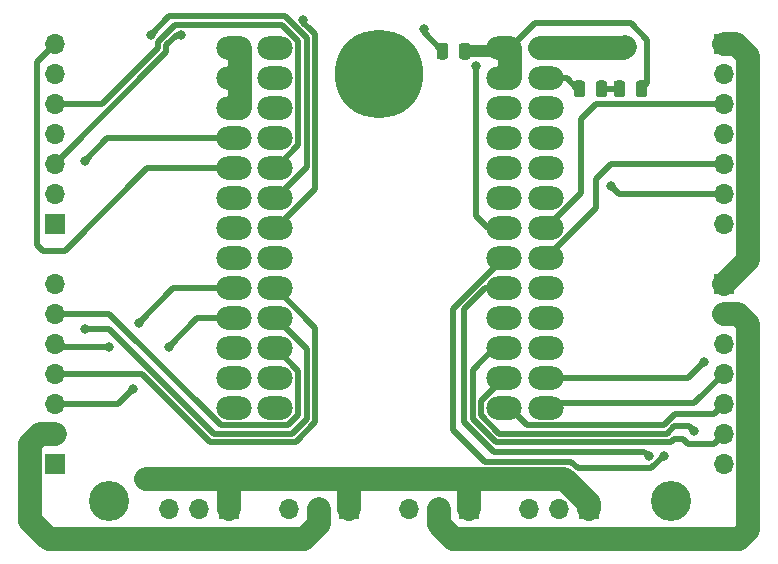
<source format=gbr>
G04 #@! TF.GenerationSoftware,KiCad,Pcbnew,5.1.12-84ad8e8a86~92~ubuntu20.04.1*
G04 #@! TF.CreationDate,2021-12-19T18:17:29-08:00*
G04 #@! TF.ProjectId,ft4232h-breakout,66743432-3332-4682-9d62-7265616b6f75,Jun2021b*
G04 #@! TF.SameCoordinates,Original*
G04 #@! TF.FileFunction,Copper,L1,Top*
G04 #@! TF.FilePolarity,Positive*
%FSLAX46Y46*%
G04 Gerber Fmt 4.6, Leading zero omitted, Abs format (unit mm)*
G04 Created by KiCad (PCBNEW 5.1.12-84ad8e8a86~92~ubuntu20.04.1) date 2021-12-19 18:17:29*
%MOMM*%
%LPD*%
G01*
G04 APERTURE LIST*
G04 #@! TA.AperFunction,ComponentPad*
%ADD10C,7.500000*%
G04 #@! TD*
G04 #@! TA.AperFunction,ComponentPad*
%ADD11O,1.700000X1.700000*%
G04 #@! TD*
G04 #@! TA.AperFunction,ComponentPad*
%ADD12R,1.700000X1.700000*%
G04 #@! TD*
G04 #@! TA.AperFunction,ComponentPad*
%ADD13O,3.000000X2.000000*%
G04 #@! TD*
G04 #@! TA.AperFunction,ViaPad*
%ADD14C,3.400000*%
G04 #@! TD*
G04 #@! TA.AperFunction,ViaPad*
%ADD15C,0.800000*%
G04 #@! TD*
G04 #@! TA.AperFunction,Conductor*
%ADD16C,2.000000*%
G04 #@! TD*
G04 #@! TA.AperFunction,Conductor*
%ADD17C,1.000000*%
G04 #@! TD*
G04 #@! TA.AperFunction,Conductor*
%ADD18C,0.500000*%
G04 #@! TD*
G04 #@! TA.AperFunction,Conductor*
%ADD19C,0.250000*%
G04 #@! TD*
G04 APERTURE END LIST*
D10*
G04 #@! TO.P,TP1,1*
G04 #@! TO.N,GND*
X99060000Y-87630000D03*
G04 #@! TD*
D11*
G04 #@! TO.P,J8,7*
G04 #@! TO.N,/RTS-A*
X71628000Y-85090000D03*
G04 #@! TO.P,J8,6*
G04 #@! TO.N,/DTR-A*
X71628000Y-87630000D03*
G04 #@! TO.P,J8,5*
G04 #@! TO.N,/RXD-A*
X71628000Y-90170000D03*
G04 #@! TO.P,J8,4*
G04 #@! TO.N,/TXD-A*
X71628000Y-92710000D03*
G04 #@! TO.P,J8,3*
G04 #@! TO.N,/CTS-A*
X71628000Y-95250000D03*
G04 #@! TO.P,J8,2*
G04 #@! TO.N,/VCC-A*
X71628000Y-97790000D03*
D12*
G04 #@! TO.P,J8,1*
G04 #@! TO.N,GND*
X71628000Y-100330000D03*
G04 #@! TD*
D11*
G04 #@! TO.P,J5,7*
G04 #@! TO.N,/RTS-B*
X71628000Y-105410000D03*
G04 #@! TO.P,J5,6*
G04 #@! TO.N,/DTR-B*
X71628000Y-107950000D03*
G04 #@! TO.P,J5,5*
G04 #@! TO.N,/RXD-B*
X71628000Y-110490000D03*
G04 #@! TO.P,J5,4*
G04 #@! TO.N,/TXD-B*
X71628000Y-113030000D03*
G04 #@! TO.P,J5,3*
G04 #@! TO.N,/CTS-B*
X71628000Y-115570000D03*
G04 #@! TO.P,J5,2*
G04 #@! TO.N,/VCC-B*
X71628000Y-118110000D03*
D12*
G04 #@! TO.P,J5,1*
G04 #@! TO.N,GND*
X71628000Y-120650000D03*
G04 #@! TD*
D11*
G04 #@! TO.P,J4,3*
G04 #@! TO.N,+5V*
X81280000Y-124460000D03*
G04 #@! TO.P,J4,2*
G04 #@! TO.N,/VCC-A*
X83820000Y-124460000D03*
D12*
G04 #@! TO.P,J4,1*
G04 #@! TO.N,+3V3*
X86360000Y-124460000D03*
G04 #@! TD*
D11*
G04 #@! TO.P,J3,3*
G04 #@! TO.N,+5V*
X91440000Y-124460000D03*
G04 #@! TO.P,J3,2*
G04 #@! TO.N,/VCC-B*
X93980000Y-124460000D03*
D12*
G04 #@! TO.P,J3,1*
G04 #@! TO.N,+3V3*
X96520000Y-124460000D03*
G04 #@! TD*
G04 #@! TO.P,R2,2*
G04 #@! TO.N,Net-(D1-Pad2)*
G04 #@! TA.AperFunction,SMDPad,CuDef*
G36*
G01*
X119946000Y-88443750D02*
X119946000Y-89356250D01*
G75*
G02*
X119702250Y-89600000I-243750J0D01*
G01*
X119214750Y-89600000D01*
G75*
G02*
X118971000Y-89356250I0J243750D01*
G01*
X118971000Y-88443750D01*
G75*
G02*
X119214750Y-88200000I243750J0D01*
G01*
X119702250Y-88200000D01*
G75*
G02*
X119946000Y-88443750I0J-243750D01*
G01*
G37*
G04 #@! TD.AperFunction*
G04 #@! TO.P,R2,1*
G04 #@! TO.N,+5V*
G04 #@! TA.AperFunction,SMDPad,CuDef*
G36*
G01*
X121821000Y-88443750D02*
X121821000Y-89356250D01*
G75*
G02*
X121577250Y-89600000I-243750J0D01*
G01*
X121089750Y-89600000D01*
G75*
G02*
X120846000Y-89356250I0J243750D01*
G01*
X120846000Y-88443750D01*
G75*
G02*
X121089750Y-88200000I243750J0D01*
G01*
X121577250Y-88200000D01*
G75*
G02*
X121821000Y-88443750I0J-243750D01*
G01*
G37*
G04 #@! TD.AperFunction*
G04 #@! TD*
G04 #@! TO.P,D1,2*
G04 #@! TO.N,Net-(D1-Pad2)*
G04 #@! TA.AperFunction,SMDPad,CuDef*
G36*
G01*
X117450000Y-89356250D02*
X117450000Y-88443750D01*
G75*
G02*
X117693750Y-88200000I243750J0D01*
G01*
X118181250Y-88200000D01*
G75*
G02*
X118425000Y-88443750I0J-243750D01*
G01*
X118425000Y-89356250D01*
G75*
G02*
X118181250Y-89600000I-243750J0D01*
G01*
X117693750Y-89600000D01*
G75*
G02*
X117450000Y-89356250I0J243750D01*
G01*
G37*
G04 #@! TD.AperFunction*
G04 #@! TO.P,D1,1*
G04 #@! TO.N,GND*
G04 #@! TA.AperFunction,SMDPad,CuDef*
G36*
G01*
X115575000Y-89356250D02*
X115575000Y-88443750D01*
G75*
G02*
X115818750Y-88200000I243750J0D01*
G01*
X116306250Y-88200000D01*
G75*
G02*
X116550000Y-88443750I0J-243750D01*
G01*
X116550000Y-89356250D01*
G75*
G02*
X116306250Y-89600000I-243750J0D01*
G01*
X115818750Y-89600000D01*
G75*
G02*
X115575000Y-89356250I0J243750D01*
G01*
G37*
G04 #@! TD.AperFunction*
G04 #@! TD*
D13*
G04 #@! TO.P,X1,2-26*
G04 #@! TO.N,Net-(X1-Pad2-26)*
X90325000Y-115940000D03*
G04 #@! TO.P,X1,3-22*
G04 #@! TO.N,+3V3*
X113200000Y-110860000D03*
G04 #@! TO.P,X1,2-20*
G04 #@! TO.N,/RTS-B*
X90325000Y-108320000D03*
G04 #@! TO.P,X1,3-26*
G04 #@! TO.N,/TXD-C*
X113200000Y-115940000D03*
G04 #@! TO.P,X1,3-25*
G04 #@! TO.N,/RXD-C*
X109675000Y-115940000D03*
G04 #@! TO.P,X1,3-21*
G04 #@! TO.N,/DTR-C*
X109675000Y-110860000D03*
G04 #@! TO.P,X1,2-25*
G04 #@! TO.N,Net-(X1-Pad2-25)*
X86800000Y-115940000D03*
G04 #@! TO.P,X1,2-18*
G04 #@! TO.N,/TXD-B*
X90325000Y-105780000D03*
G04 #@! TO.P,X1,3-23*
G04 #@! TO.N,/CTS-C*
X109675000Y-113400000D03*
G04 #@! TO.P,X1,3-19*
G04 #@! TO.N,Net-(X1-Pad3-19)*
X109675000Y-108320000D03*
G04 #@! TO.P,X1,3-18*
G04 #@! TO.N,Net-(X1-Pad3-18)*
X113200000Y-105780000D03*
G04 #@! TO.P,X1,3-17*
G04 #@! TO.N,/TXD-D*
X109675000Y-105780000D03*
G04 #@! TO.P,X1,2-24*
G04 #@! TO.N,Net-(X1-Pad2-24)*
X90325000Y-113400000D03*
G04 #@! TO.P,X1,2-17*
G04 #@! TO.N,/RXD-B*
X86800000Y-105780000D03*
G04 #@! TO.P,X1,3-24*
G04 #@! TO.N,/RTS-C*
X113200000Y-113400000D03*
G04 #@! TO.P,X1,2-22*
G04 #@! TO.N,/DTR-B*
X90325000Y-110860000D03*
G04 #@! TO.P,X1,2-19*
G04 #@! TO.N,/CTS-B*
X86800000Y-108320000D03*
G04 #@! TO.P,X1,2-21*
G04 #@! TO.N,+3V3*
X86800000Y-110860000D03*
G04 #@! TO.P,X1,3-20*
G04 #@! TO.N,Net-(X1-Pad3-20)*
X113200000Y-108320000D03*
G04 #@! TO.P,X1,2-23*
G04 #@! TO.N,Net-(X1-Pad2-23)*
X86800000Y-113400000D03*
G04 #@! TO.P,X1,3-12*
G04 #@! TO.N,+3V3*
X113200000Y-98160000D03*
G04 #@! TO.P,X1,3-11*
G04 #@! TO.N,Net-(X1-Pad3-11)*
X109675000Y-98160000D03*
G04 #@! TO.P,X1,2-13*
G04 #@! TO.N,Net-(X1-Pad2-13)*
X86800000Y-100700000D03*
G04 #@! TO.P,X1,3-10*
G04 #@! TO.N,Net-(X1-Pad3-10)*
X113200000Y-95620000D03*
G04 #@! TO.P,X1,3-13*
G04 #@! TO.N,/DTR-D*
X109675000Y-100700000D03*
G04 #@! TO.P,X1,2-14*
G04 #@! TO.N,/DTR-A*
X90325000Y-100700000D03*
G04 #@! TO.P,X1,2-9*
G04 #@! TO.N,/RTS-A*
X86800000Y-95620000D03*
G04 #@! TO.P,X1,3-9*
G04 #@! TO.N,Net-(X1-Pad3-9)*
X109675000Y-95620000D03*
G04 #@! TO.P,X1,3-14*
G04 #@! TO.N,/CTS-D*
X113200000Y-100700000D03*
G04 #@! TO.P,X1,2-10*
G04 #@! TO.N,/RXD-A*
X90325000Y-95620000D03*
G04 #@! TO.P,X1,2-16*
G04 #@! TO.N,Net-(X1-Pad2-16)*
X90325000Y-103240000D03*
G04 #@! TO.P,X1,3-16*
G04 #@! TO.N,/RXD-D*
X113200000Y-103240000D03*
G04 #@! TO.P,X1,2-12*
G04 #@! TO.N,/CTS-A*
X90325000Y-98160000D03*
G04 #@! TO.P,X1,3-15*
G04 #@! TO.N,/RTS-D*
X109675000Y-103240000D03*
G04 #@! TO.P,X1,2-15*
G04 #@! TO.N,Net-(X1-Pad2-15)*
X86800000Y-103240000D03*
G04 #@! TO.P,X1,2-11*
G04 #@! TO.N,+3V3*
X86800000Y-98160000D03*
G04 #@! TO.P,X1,3-8*
G04 #@! TO.N,Net-(X1-Pad3-8)*
X113200000Y-93080000D03*
G04 #@! TO.P,X1,3-7*
G04 #@! TO.N,Net-(X1-Pad3-7)*
X109675000Y-93080000D03*
G04 #@! TO.P,X1,3-6*
G04 #@! TO.N,Net-(X1-Pad3-6)*
X113200000Y-90540000D03*
G04 #@! TO.P,X1,2-5*
G04 #@! TO.N,+3V3*
X86800000Y-90540000D03*
G04 #@! TO.P,X1,3-5*
G04 #@! TO.N,Net-(X1-Pad3-5)*
X109675000Y-90540000D03*
G04 #@! TO.P,X1,2-6*
G04 #@! TO.N,GND*
X90325000Y-90540000D03*
G04 #@! TO.P,X1,2-8*
G04 #@! TO.N,Net-(X1-Pad2-8)*
X90325000Y-93080000D03*
G04 #@! TO.P,X1,2-7*
G04 #@! TO.N,/TXD-A*
X86800000Y-93080000D03*
G04 #@! TO.P,X1,3-4*
G04 #@! TO.N,GND*
X113200000Y-88000000D03*
G04 #@! TO.P,X1,2-3*
G04 #@! TO.N,+3V3*
X86800000Y-88000000D03*
G04 #@! TO.P,X1,3-3*
G04 #@! TO.N,+5V*
X109675000Y-88000000D03*
G04 #@! TO.P,X1,2-4*
G04 #@! TO.N,GND*
X90325000Y-88000000D03*
G04 #@! TO.P,X1,2-1*
G04 #@! TO.N,+3V3*
X86800000Y-85460000D03*
G04 #@! TO.P,X1,3-2*
G04 #@! TO.N,GND*
X113200000Y-85460000D03*
G04 #@! TO.P,X1,2-2*
X90325000Y-85460000D03*
G04 #@! TO.P,X1,3-1*
G04 #@! TO.N,+5V*
X109675000Y-85460000D03*
G04 #@! TD*
D11*
G04 #@! TO.P,J7,7*
G04 #@! TO.N,/RTS-C*
X128270000Y-120650000D03*
G04 #@! TO.P,J7,6*
G04 #@! TO.N,/DTR-C*
X128270000Y-118110000D03*
G04 #@! TO.P,J7,5*
G04 #@! TO.N,/RXD-C*
X128270000Y-115570000D03*
G04 #@! TO.P,J7,4*
G04 #@! TO.N,/TXD-C*
X128270000Y-113030000D03*
G04 #@! TO.P,J7,3*
G04 #@! TO.N,/CTS-C*
X128270000Y-110490000D03*
G04 #@! TO.P,J7,2*
G04 #@! TO.N,/VCC-C*
X128270000Y-107950000D03*
D12*
G04 #@! TO.P,J7,1*
G04 #@! TO.N,GND*
X128270000Y-105410000D03*
G04 #@! TD*
D11*
G04 #@! TO.P,J6,7*
G04 #@! TO.N,/RTS-D*
X128270000Y-100330000D03*
G04 #@! TO.P,J6,6*
G04 #@! TO.N,/DTR-D*
X128270000Y-97790000D03*
G04 #@! TO.P,J6,5*
G04 #@! TO.N,/RXD-D*
X128270000Y-95250000D03*
G04 #@! TO.P,J6,4*
G04 #@! TO.N,/TXD-D*
X128270000Y-92710000D03*
G04 #@! TO.P,J6,3*
G04 #@! TO.N,/CTS-D*
X128270000Y-90170000D03*
G04 #@! TO.P,J6,2*
G04 #@! TO.N,/VCC-D*
X128270000Y-87630000D03*
D12*
G04 #@! TO.P,J6,1*
G04 #@! TO.N,GND*
X128270000Y-85090000D03*
G04 #@! TD*
D11*
G04 #@! TO.P,J2,3*
G04 #@! TO.N,+5V*
X101600000Y-124460000D03*
G04 #@! TO.P,J2,2*
G04 #@! TO.N,/VCC-C*
X104140000Y-124460000D03*
D12*
G04 #@! TO.P,J2,1*
G04 #@! TO.N,+3V3*
X106680000Y-124460000D03*
G04 #@! TD*
D11*
G04 #@! TO.P,J1,3*
G04 #@! TO.N,+5V*
X111760000Y-124460000D03*
G04 #@! TO.P,J1,2*
G04 #@! TO.N,/VCC-D*
X114300000Y-124460000D03*
D12*
G04 #@! TO.P,J1,1*
G04 #@! TO.N,+3V3*
X116840000Y-124460000D03*
G04 #@! TD*
G04 #@! TO.P,C1,2*
G04 #@! TO.N,+5V*
G04 #@! TA.AperFunction,SMDPad,CuDef*
G36*
G01*
X105860000Y-86181250D02*
X105860000Y-85268750D01*
G75*
G02*
X106103750Y-85025000I243750J0D01*
G01*
X106591250Y-85025000D01*
G75*
G02*
X106835000Y-85268750I0J-243750D01*
G01*
X106835000Y-86181250D01*
G75*
G02*
X106591250Y-86425000I-243750J0D01*
G01*
X106103750Y-86425000D01*
G75*
G02*
X105860000Y-86181250I0J243750D01*
G01*
G37*
G04 #@! TD.AperFunction*
G04 #@! TO.P,C1,1*
G04 #@! TO.N,GND*
G04 #@! TA.AperFunction,SMDPad,CuDef*
G36*
G01*
X103985000Y-86181250D02*
X103985000Y-85268750D01*
G75*
G02*
X104228750Y-85025000I243750J0D01*
G01*
X104716250Y-85025000D01*
G75*
G02*
X104960000Y-85268750I0J-243750D01*
G01*
X104960000Y-86181250D01*
G75*
G02*
X104716250Y-86425000I-243750J0D01*
G01*
X104228750Y-86425000D01*
G75*
G02*
X103985000Y-86181250I0J243750D01*
G01*
G37*
G04 #@! TD.AperFunction*
G04 #@! TD*
D14*
G04 #@! TO.N,*
X76200000Y-123825000D03*
X123825000Y-123825000D03*
D15*
G04 #@! TO.N,GND*
X102870000Y-83820000D03*
X119888000Y-85344000D03*
G04 #@! TO.N,+3V3*
X79375000Y-121920000D03*
G04 #@! TO.N,/RTS-D*
X123190000Y-120015000D03*
G04 #@! TO.N,/DTR-D*
X118745000Y-97155000D03*
X107315000Y-86995000D03*
G04 #@! TO.N,/TXD-D*
X121920000Y-120015000D03*
G04 #@! TO.N,/RTS-C*
X126580010Y-112038684D03*
G04 #@! TO.N,/CTS-C*
X125741781Y-117895071D03*
G04 #@! TO.N,/RTS-B*
X74168000Y-109220000D03*
G04 #@! TO.N,/RXD-B*
X78740000Y-108712000D03*
X76200000Y-110744000D03*
G04 #@! TO.N,/CTS-B*
X81280000Y-110744000D03*
X78232000Y-114300000D03*
G04 #@! TO.N,/DTR-A*
X92687842Y-83080158D03*
G04 #@! TO.N,/TXD-A*
X74172660Y-95000660D03*
G04 #@! TO.N,/CTS-A*
X79764698Y-84363764D03*
X82291340Y-84323340D03*
G04 #@! TD*
D16*
G04 #@! TO.N,+5V*
X110175000Y-85460000D02*
X110175000Y-88000000D01*
D17*
X109910000Y-85725000D02*
X110175000Y-85460000D01*
X106347500Y-85725000D02*
X109910000Y-85725000D01*
D18*
X121333500Y-88900000D02*
X121819027Y-88414473D01*
X121819027Y-88414473D02*
X121819027Y-84735027D01*
X121819027Y-84735027D02*
X120396000Y-83312000D01*
X120396000Y-83312000D02*
X112323000Y-83312000D01*
X112323000Y-83312000D02*
X110175000Y-85460000D01*
D19*
G04 #@! TO.N,GND*
X127900000Y-85460000D02*
X128270000Y-85090000D01*
D18*
X115002500Y-88000000D02*
X115902500Y-88900000D01*
X112700000Y-88000000D02*
X115002500Y-88000000D01*
D16*
X119772000Y-85460000D02*
X119888000Y-85344000D01*
X112700000Y-85460000D02*
X119772000Y-85460000D01*
X128270000Y-85090000D02*
X129286000Y-85090000D01*
X130320001Y-103359999D02*
X128270000Y-105410000D01*
X130320001Y-86124001D02*
X130320001Y-103359999D01*
X129286000Y-85090000D02*
X130320001Y-86124001D01*
D18*
X102870000Y-84122500D02*
X104472500Y-85725000D01*
X102870000Y-83820000D02*
X102870000Y-84122500D01*
D16*
G04 #@! TO.N,+3V3*
X87300000Y-85460000D02*
X87300000Y-88000000D01*
X87300000Y-88000000D02*
X87300000Y-90540000D01*
X86360000Y-121920000D02*
X86360000Y-124460000D01*
X88265000Y-121920000D02*
X86360000Y-121920000D01*
X116840000Y-124460000D02*
X116840000Y-123965998D01*
X116840000Y-123965998D02*
X114794002Y-121920000D01*
X96520000Y-122555000D02*
X95885000Y-121920000D01*
X95885000Y-121920000D02*
X88265000Y-121920000D01*
X96520000Y-124460000D02*
X96520000Y-122555000D01*
X106680000Y-124460000D02*
X106680000Y-121920000D01*
X106680000Y-121920000D02*
X95885000Y-121920000D01*
X114794002Y-121920000D02*
X106680000Y-121920000D01*
X86360000Y-121920000D02*
X79375000Y-121920000D01*
G04 #@! TO.N,/VCC-C*
X104140000Y-125780002D02*
X105359998Y-127000000D01*
X104140000Y-124460000D02*
X104140000Y-125780002D01*
X105359998Y-127000000D02*
X129540000Y-127000000D01*
X130320001Y-108797920D02*
X129472081Y-107950000D01*
X129472081Y-107950000D02*
X128270000Y-107950000D01*
X130320001Y-126219999D02*
X130320001Y-108797920D01*
X129540000Y-127000000D02*
X130320001Y-126219999D01*
G04 #@! TO.N,/VCC-B*
X70425919Y-118110000D02*
X71628000Y-118110000D01*
X69577999Y-118957920D02*
X70425919Y-118110000D01*
X69577999Y-125457999D02*
X69577999Y-118957920D01*
X71120000Y-127000000D02*
X69577999Y-125457999D01*
X92710000Y-127000000D02*
X71120000Y-127000000D01*
X93980000Y-125730000D02*
X92710000Y-127000000D01*
X93980000Y-124460000D02*
X93980000Y-125730000D01*
D18*
G04 #@! TO.N,/RTS-D*
X110175000Y-103240000D02*
X109664377Y-103240000D01*
X105344990Y-117764954D02*
X108050024Y-120469989D01*
X115394616Y-120469989D02*
X115974626Y-121049999D01*
X109664377Y-103240000D02*
X105344990Y-107559387D01*
X108050024Y-120469989D02*
X115394616Y-120469989D01*
X105344990Y-107559387D02*
X105344990Y-117764954D01*
X122155001Y-121049999D02*
X123190000Y-120015000D01*
X121520001Y-121049999D02*
X122155001Y-121049999D01*
X115974626Y-121049999D02*
X121520001Y-121049999D01*
G04 #@! TO.N,/DTR-D*
X119380000Y-97790000D02*
X118745000Y-97155000D01*
X128270000Y-97790000D02*
X119380000Y-97790000D01*
X108320000Y-100700000D02*
X110175000Y-100700000D01*
X107315000Y-99695000D02*
X108320000Y-100700000D01*
X107315000Y-86995000D02*
X107315000Y-99695000D01*
G04 #@! TO.N,/RXD-D*
X113210623Y-103240000D02*
X117475000Y-98975623D01*
X112700000Y-103240000D02*
X113210623Y-103240000D01*
X117475000Y-98975623D02*
X117475000Y-96520000D01*
X118745000Y-95250000D02*
X128270000Y-95250000D01*
X117475000Y-96520000D02*
X118745000Y-95250000D01*
G04 #@! TO.N,/TXD-D*
X106324969Y-117120521D02*
X106324969Y-107569372D01*
X108819449Y-119615001D02*
X106324969Y-117120521D01*
X121520001Y-119615001D02*
X108819449Y-119615001D01*
X121920000Y-120015000D02*
X121520001Y-119615001D01*
X108114341Y-105780000D02*
X110175000Y-105780000D01*
X106324969Y-107569372D02*
X108114341Y-105780000D01*
G04 #@! TO.N,/CTS-D*
X113210623Y-100700000D02*
X116205000Y-97705623D01*
X112700000Y-100700000D02*
X113210623Y-100700000D01*
X116205000Y-97705623D02*
X116205000Y-91440000D01*
X117475000Y-90170000D02*
X128270000Y-90170000D01*
X116205000Y-91440000D02*
X117475000Y-90170000D01*
G04 #@! TO.N,/RTS-C*
X112700000Y-113400000D02*
X125218694Y-113400000D01*
X125218694Y-113400000D02*
X126580010Y-112038684D01*
G04 #@! TO.N,/DTR-C*
X124868002Y-118529998D02*
X125298003Y-118959999D01*
X123791964Y-118790032D02*
X124051998Y-118529998D01*
X108984444Y-118790032D02*
X123791964Y-118790032D01*
X107024979Y-116830567D02*
X108984444Y-118790032D01*
X107024979Y-112685021D02*
X107024979Y-116830567D01*
X108850000Y-110860000D02*
X107024979Y-112685021D01*
X125298003Y-118959999D02*
X127420001Y-118959999D01*
X110175000Y-110860000D02*
X108850000Y-110860000D01*
X124051998Y-118529998D02*
X124868002Y-118529998D01*
X127420001Y-118959999D02*
X128270000Y-118110000D01*
G04 #@! TO.N,/RXD-C*
X127420001Y-116419999D02*
X128270000Y-115570000D01*
X123212056Y-117390010D02*
X124182067Y-116419999D01*
X124182067Y-116419999D02*
X127420001Y-116419999D01*
X110175000Y-115940000D02*
X111625010Y-117390010D01*
X111625010Y-117390010D02*
X123212056Y-117390010D01*
G04 #@! TO.N,/TXD-C*
X112700000Y-115940000D02*
X113135010Y-115504990D01*
X113135010Y-115504990D02*
X125795010Y-115504990D01*
X125795010Y-115504990D02*
X128270000Y-113030000D01*
G04 #@! TO.N,/CTS-C*
X107724990Y-116540611D02*
X109274400Y-118090021D01*
X109274400Y-118090021D02*
X123502010Y-118090021D01*
X124096959Y-117495072D02*
X125341782Y-117495072D01*
X110175000Y-113400000D02*
X109664377Y-113400000D01*
X109664377Y-113400000D02*
X107724990Y-115339387D01*
X107724990Y-115339387D02*
X107724990Y-116540611D01*
X123502010Y-118090021D02*
X124096959Y-117495072D01*
X125341782Y-117495072D02*
X125741781Y-117895071D01*
G04 #@! TO.N,Net-(D1-Pad2)*
X117777500Y-88900000D02*
X119458500Y-88900000D01*
G04 #@! TO.N,/RTS-B*
X92964000Y-112498414D02*
X92975020Y-112509434D01*
X92964000Y-110948377D02*
X92964000Y-112498414D01*
X90335623Y-108320000D02*
X92964000Y-110948377D01*
X89825000Y-108320000D02*
X90335623Y-108320000D01*
X92975018Y-112509434D02*
X92975018Y-116830567D01*
X92975018Y-116830567D02*
X91715566Y-118090020D01*
X92975020Y-112509434D02*
X92975018Y-112509434D01*
X91715566Y-118090020D02*
X85109980Y-118090020D01*
X76239960Y-109220000D02*
X74168000Y-109220000D01*
X85109980Y-118090020D02*
X76239960Y-109220000D01*
G04 #@! TO.N,/DTR-B*
X90335623Y-110860000D02*
X89825000Y-110860000D01*
X92275009Y-112799386D02*
X90335623Y-110860000D01*
X92275010Y-116540613D02*
X92275009Y-112799386D01*
X91425613Y-117390010D02*
X92275010Y-116540613D01*
X85699387Y-117390010D02*
X91425613Y-117390010D01*
X76259377Y-107950000D02*
X85699387Y-117390010D01*
X71628000Y-107950000D02*
X76259377Y-107950000D01*
G04 #@! TO.N,/RXD-B*
X81672000Y-105780000D02*
X78740000Y-108712000D01*
X87300000Y-105780000D02*
X81672000Y-105780000D01*
X71882000Y-110744000D02*
X71628000Y-110490000D01*
X76200000Y-110744000D02*
X71882000Y-110744000D01*
G04 #@! TO.N,/TXD-B*
X93675031Y-109119408D02*
X93675031Y-117144969D01*
X90335623Y-105780000D02*
X93675031Y-109119408D01*
X89825000Y-105780000D02*
X90335623Y-105780000D01*
X92029946Y-118790053D02*
X84754053Y-118790053D01*
X93675031Y-117144969D02*
X92029946Y-118790053D01*
X78994000Y-113030000D02*
X71628000Y-113030000D01*
X84754053Y-118790053D02*
X78994000Y-113030000D01*
G04 #@! TO.N,/CTS-B*
X83704000Y-108320000D02*
X81280000Y-110744000D01*
X87300000Y-108320000D02*
X83704000Y-108320000D01*
X76962000Y-115570000D02*
X71628000Y-115570000D01*
X78232000Y-114300000D02*
X76962000Y-115570000D01*
G04 #@! TO.N,/RTS-A*
X79493998Y-95620000D02*
X72497998Y-102616000D01*
X87300000Y-95620000D02*
X79493998Y-95620000D01*
X72497998Y-102616000D02*
X70612000Y-102616000D01*
X70612000Y-102616000D02*
X70104000Y-102108000D01*
X70104000Y-86614000D02*
X71628000Y-85090000D01*
X70104000Y-102108000D02*
X70104000Y-86614000D01*
G04 #@! TO.N,/DTR-A*
X93675031Y-97360592D02*
X93675031Y-95810555D01*
X90335623Y-100700000D02*
X93675031Y-97360592D01*
X89825000Y-100700000D02*
X90335623Y-100700000D01*
X93675031Y-84279480D02*
X93264973Y-83869423D01*
X93675031Y-95810555D02*
X93675031Y-84279480D01*
X92687842Y-83292292D02*
X92687842Y-83080158D01*
X93264973Y-83869423D02*
X92687842Y-83292292D01*
G04 #@! TO.N,/RXD-A*
X89825000Y-95620000D02*
X90335623Y-95620000D01*
X75666848Y-90170000D02*
X71628000Y-90170000D01*
X80396975Y-85439873D02*
X75666848Y-90170000D01*
X90335623Y-95620000D02*
X92275010Y-93680613D01*
X92275010Y-84859387D02*
X90888961Y-83473338D01*
X81855506Y-83473338D02*
X80396975Y-84931869D01*
X90888961Y-83473338D02*
X81855506Y-83473338D01*
X92275010Y-93680613D02*
X92275010Y-84859387D01*
X80396975Y-84931869D02*
X80396975Y-85439873D01*
G04 #@! TO.N,/TXD-A*
X76093320Y-93080000D02*
X74172660Y-95000660D01*
X87300000Y-93080000D02*
X76093320Y-93080000D01*
G04 #@! TO.N,/CTS-A*
X90335623Y-98160000D02*
X92975021Y-95520602D01*
X92975021Y-84569433D02*
X91178915Y-82773327D01*
X81355135Y-82773327D02*
X79764698Y-84363764D01*
X92975021Y-95520602D02*
X92975021Y-84569433D01*
X89825000Y-98160000D02*
X90335623Y-98160000D01*
X91178915Y-82773327D02*
X81355135Y-82773327D01*
X81096986Y-85781014D02*
X81096986Y-85221823D01*
X71628000Y-95250000D02*
X81096986Y-85781014D01*
X81096986Y-85221823D02*
X81995469Y-84323340D01*
X81995469Y-84323340D02*
X82291340Y-84323340D01*
G04 #@! TD*
M02*

</source>
